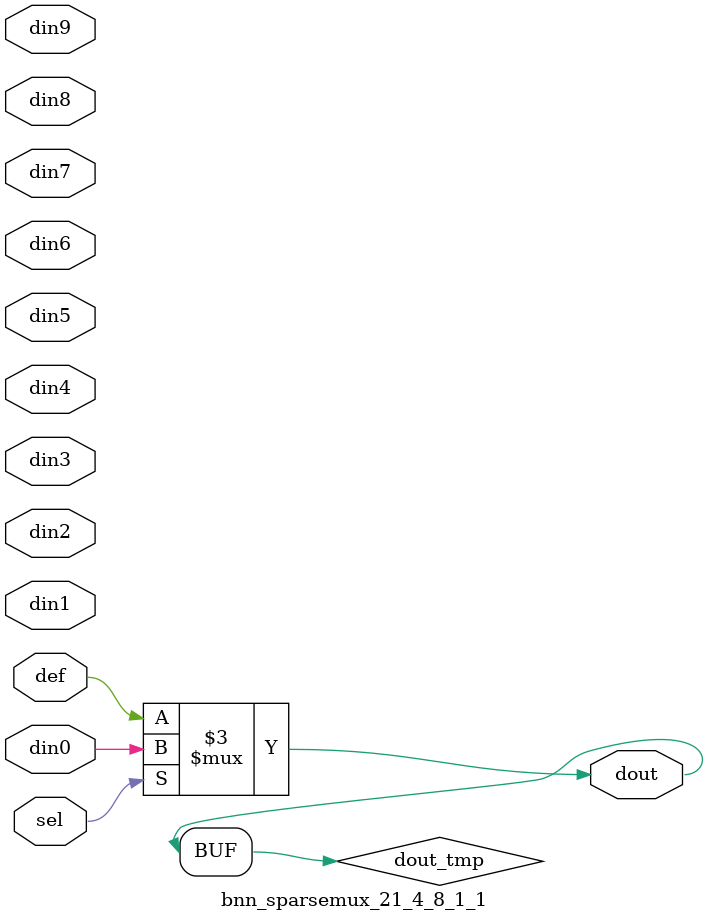
<source format=v>
`timescale 1ns / 1ps

module bnn_sparsemux_21_4_8_1_1 (din0,din1,din2,din3,din4,din5,din6,din7,din8,din9,def,sel,dout);

parameter din0_WIDTH = 1;

parameter din1_WIDTH = 1;

parameter din2_WIDTH = 1;

parameter din3_WIDTH = 1;

parameter din4_WIDTH = 1;

parameter din5_WIDTH = 1;

parameter din6_WIDTH = 1;

parameter din7_WIDTH = 1;

parameter din8_WIDTH = 1;

parameter din9_WIDTH = 1;

parameter def_WIDTH = 1;
parameter sel_WIDTH = 1;
parameter dout_WIDTH = 1;

parameter [sel_WIDTH-1:0] CASE0 = 1;

parameter [sel_WIDTH-1:0] CASE1 = 1;

parameter [sel_WIDTH-1:0] CASE2 = 1;

parameter [sel_WIDTH-1:0] CASE3 = 1;

parameter [sel_WIDTH-1:0] CASE4 = 1;

parameter [sel_WIDTH-1:0] CASE5 = 1;

parameter [sel_WIDTH-1:0] CASE6 = 1;

parameter [sel_WIDTH-1:0] CASE7 = 1;

parameter [sel_WIDTH-1:0] CASE8 = 1;

parameter [sel_WIDTH-1:0] CASE9 = 1;

parameter ID = 1;
parameter NUM_STAGE = 1;



input [din0_WIDTH-1:0] din0;

input [din1_WIDTH-1:0] din1;

input [din2_WIDTH-1:0] din2;

input [din3_WIDTH-1:0] din3;

input [din4_WIDTH-1:0] din4;

input [din5_WIDTH-1:0] din5;

input [din6_WIDTH-1:0] din6;

input [din7_WIDTH-1:0] din7;

input [din8_WIDTH-1:0] din8;

input [din9_WIDTH-1:0] din9;

input [def_WIDTH-1:0] def;
input [sel_WIDTH-1:0] sel;

output [dout_WIDTH-1:0] dout;



reg [dout_WIDTH-1:0] dout_tmp;


always @ (*) begin
(* parallel_case *) case (sel)
    
    CASE0 : dout_tmp = din0;
    
    CASE1 : dout_tmp = din1;
    
    CASE2 : dout_tmp = din2;
    
    CASE3 : dout_tmp = din3;
    
    CASE4 : dout_tmp = din4;
    
    CASE5 : dout_tmp = din5;
    
    CASE6 : dout_tmp = din6;
    
    CASE7 : dout_tmp = din7;
    
    CASE8 : dout_tmp = din8;
    
    CASE9 : dout_tmp = din9;
    
    default : dout_tmp = def;
endcase
end


assign dout = dout_tmp;



endmodule

</source>
